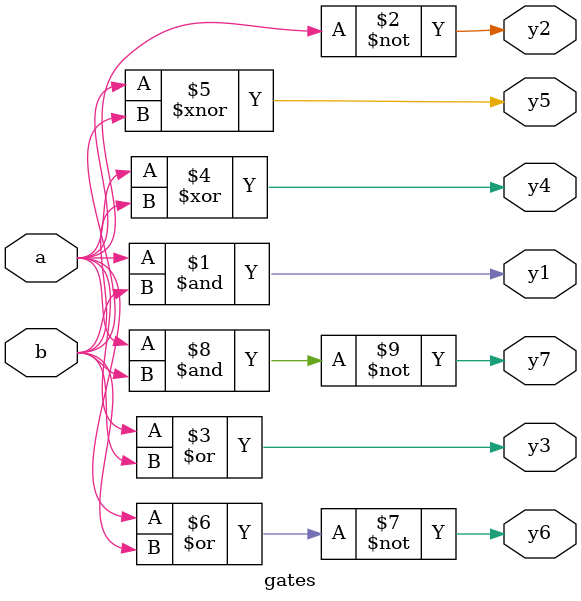
<source format=v>
`timescale 1ns / 1ps


module gates(
    input a, b,
    output y1, y2, y3, y4, y5, y6, y7
    );
     
assign y1 = a & b; //AND
assign y2 = ~a; //NOT
assign y3 = a | b; //OR
assign y4 = a ^ b;  // XOR
assign y5 = a ~^ b;  //XNOR
assign y6 = ~(a | b); //XOR
assign y7 = ~(a & b); //NAND
 

endmodule
</source>
